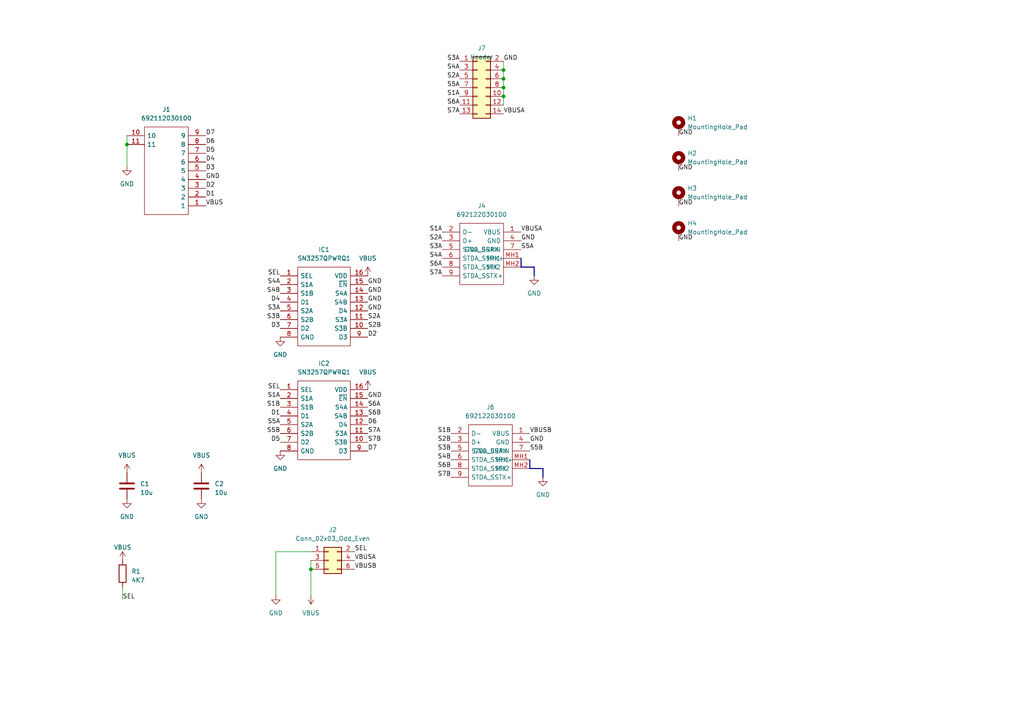
<source format=kicad_sch>
(kicad_sch (version 20230121) (generator eeschema)
  (paper "A4")
  (lib_symbols
    (symbol "Connector_Generic:Conn_02x03_Odd_Even" (pin_names (offset 1.016) hide)
      (property "Reference" "J" (at 1.27 5.08 0))
      (property "Value" "Conn_02x03_Odd_Even" (at 1.27 -5.08 0))
      (symbol "Conn_02x03_Odd_Even_1_1"
        (rectangle (start -1.27 -2.413) (end 0 -2.667) (stroke (width 0.1524)))
        (rectangle (start -1.27 0.127) (end 0 -0.127) (stroke (width 0.1524)))
        (rectangle (start -1.27 2.667) (end 0 2.413) (stroke (width 0.1524)))
        (rectangle (start -1.27 3.81) (end 3.81 -3.81) (stroke (width 0.254)) (fill (type background)))
        (rectangle (start 3.81 -2.413) (end 2.54 -2.667) (stroke (width 0.1524)))
        (rectangle (start 3.81 0.127) (end 2.54 -0.127) (stroke (width 0.1524)))
        (rectangle (start 3.81 2.667) (end 2.54 2.413) (stroke (width 0.1524)))
        (pin passive line (at -5.08 2.54 0) (length 3.81) (name "Pin_1") (number "1"))
        (pin passive line (at 7.62 2.54 180) (length 3.81) (name "Pin_2") (number "2"))
        (pin passive line (at -5.08 0 0) (length 3.81) (name "Pin_3") (number "3"))
        (pin passive line (at 7.62 0 180) (length 3.81) (name "Pin_4") (number "4"))
        (pin passive line (at -5.08 -2.54 0) (length 3.81) (name "Pin_5") (number "5"))
        (pin passive line (at 7.62 -2.54 180) (length 3.81) (name "Pin_6") (number "6"))
      )
    )
    (symbol "Connector_Generic:Conn_02x07_Odd_Even" (pin_names (offset 1.016) hide)
      (property "Reference" "J" (at 1.27 10.16 0))
      (property "Value" "Conn_02x07_Odd_Even" (at 1.27 -10.16 0))
      (symbol "Conn_02x07_Odd_Even_1_1"
        (rectangle (start -1.27 -7.493) (end 0 -7.747) (stroke (width 0.1524)))
        (rectangle (start -1.27 -4.953) (end 0 -5.207) (stroke (width 0.1524)))
        (rectangle (start -1.27 -2.413) (end 0 -2.667) (stroke (width 0.1524)))
        (rectangle (start -1.27 0.127) (end 0 -0.127) (stroke (width 0.1524)))
        (rectangle (start -1.27 2.667) (end 0 2.413) (stroke (width 0.1524)))
        (rectangle (start -1.27 5.207) (end 0 4.953) (stroke (width 0.1524)))
        (rectangle (start -1.27 7.747) (end 0 7.493) (stroke (width 0.1524)))
        (rectangle (start -1.27 8.89) (end 3.81 -8.89) (stroke (width 0.254)) (fill (type background)))
        (rectangle (start 3.81 -7.493) (end 2.54 -7.747) (stroke (width 0.1524)))
        (rectangle (start 3.81 -4.953) (end 2.54 -5.207) (stroke (width 0.1524)))
        (rectangle (start 3.81 -2.413) (end 2.54 -2.667) (stroke (width 0.1524)))
        (rectangle (start 3.81 0.127) (end 2.54 -0.127) (stroke (width 0.1524)))
        (rectangle (start 3.81 2.667) (end 2.54 2.413) (stroke (width 0.1524)))
        (rectangle (start 3.81 5.207) (end 2.54 4.953) (stroke (width 0.1524)))
        (rectangle (start 3.81 7.747) (end 2.54 7.493) (stroke (width 0.1524)))
        (pin passive line (at -5.08 7.62 0) (length 3.81) (name "Pin_1") (number "1"))
        (pin passive line (at 7.62 -2.54 180) (length 3.81) (name "Pin_10") (number "10"))
        (pin passive line (at -5.08 -5.08 0) (length 3.81) (name "Pin_11") (number "11"))
        (pin passive line (at 7.62 -5.08 180) (length 3.81) (name "Pin_12") (number "12"))
        (pin passive line (at -5.08 -7.62 0) (length 3.81) (name "Pin_13") (number "13"))
        (pin passive line (at 7.62 -7.62 180) (length 3.81) (name "Pin_14") (number "14"))
        (pin passive line (at 7.62 7.62 180) (length 3.81) (name "Pin_2") (number "2"))
        (pin passive line (at -5.08 5.08 0) (length 3.81) (name "Pin_3") (number "3"))
        (pin passive line (at 7.62 5.08 180) (length 3.81) (name "Pin_4") (number "4"))
        (pin passive line (at -5.08 2.54 0) (length 3.81) (name "Pin_5") (number "5"))
        (pin passive line (at 7.62 2.54 180) (length 3.81) (name "Pin_6") (number "6"))
        (pin passive line (at -5.08 0 0) (length 3.81) (name "Pin_7") (number "7"))
        (pin passive line (at 7.62 0 180) (length 3.81) (name "Pin_8") (number "8"))
        (pin passive line (at -5.08 -2.54 0) (length 3.81) (name "Pin_9") (number "9"))
      )
    )
    (symbol "Device:C" (pin_numbers hide) (pin_names (offset 0.254))
      (property "Reference" "C" (at 0.635 2.54 0))
      (property "Value" "C" (at 0.635 -2.54 0))
      (symbol "C_0_1"
        (polyline (pts (xy -2.032 -0.762) (xy 2.032 -0.762)) (stroke (width 0.508)))
        (polyline (pts (xy -2.032 0.762) (xy 2.032 0.762)) (stroke (width 0.508)))
      )
      (symbol "C_1_1"
        (pin passive line (at 0 3.81 270) (length 2.794) (name "~") (number "1"))
        (pin passive line (at 0 -3.81 90) (length 2.794) (name "~") (number "2"))
      )
    )
    (symbol "Device:R" (pin_numbers hide) (pin_names (offset 0))
      (property "Reference" "R" (at 2.032 0 90))
      (property "Value" "R" (at 0 0 90))
      (symbol "R_0_1"
        (rectangle (start -1.016 -2.54) (end 1.016 2.54) (stroke (width 0.254)))
      )
      (symbol "R_1_1"
        (pin passive line (at 0 3.81 270) (length 1.27) (name "~") (number "1"))
        (pin passive line (at 0 -3.81 90) (length 1.27) (name "~") (number "2"))
      )
    )
    (symbol "Mechanical:MountingHole_Pad" (pin_numbers hide) (pin_names (offset 1.016) hide)
      (property "Reference" "H" (at 0 6.35 0))
      (property "Value" "MountingHole_Pad" (at 0 4.445 0))
      (symbol "MountingHole_Pad_0_1"
        (circle (center 0 1.27) (radius 1.27) (stroke (width 1.27)))
      )
      (symbol "MountingHole_Pad_1_1"
        (pin input line (at 0 -2.54 90) (length 2.54) (name "1") (number "1"))
      )
    )
    (symbol "mouser:692112030100" (pin_names (offset 0.762))
      (property "Reference" "J" (at 19.05 7.62 0))
      (property "Value" "692112030100" (at 19.05 5.08 0))
      (symbol "692112030100_0_0"
        (pin passive line (at 22.86 -20.32 180) (length 5.08) (name "1") (number "1"))
        (pin passive line (at 0 0 0) (length 5.08) (name "10") (number "10"))
        (pin passive line (at 0 -2.54 0) (length 5.08) (name "11") (number "11"))
        (pin passive line (at 22.86 -17.78 180) (length 5.08) (name "2") (number "2"))
        (pin passive line (at 22.86 -15.24 180) (length 5.08) (name "3") (number "3"))
        (pin passive line (at 22.86 -12.7 180) (length 5.08) (name "4") (number "4"))
        (pin passive line (at 22.86 -10.16 180) (length 5.08) (name "5") (number "5"))
        (pin passive line (at 22.86 -7.62 180) (length 5.08) (name "6") (number "6"))
        (pin passive line (at 22.86 -5.08 180) (length 5.08) (name "7") (number "7"))
        (pin passive line (at 22.86 -2.54 180) (length 5.08) (name "8") (number "8"))
        (pin passive line (at 22.86 0 180) (length 5.08) (name "9") (number "9"))
      )
      (symbol "692112030100_0_1"
        (polyline (pts (xy 5.08 2.54) (xy 17.78 2.54) (xy 17.78 -22.86) (xy 5.08 -22.86) (xy 5.08 2.54)) (stroke (width 0.1524)))
      )
    )
    (symbol "mouser:692122030100" (pin_names (offset 0.762))
      (property "Reference" "J" (at 19.05 7.62 0))
      (property "Value" "692122030100" (at 19.05 5.08 0))
      (symbol "692122030100_0_0"
        (pin passive line (at 22.86 0 180) (length 5.08) (name "VBUS") (number "1"))
        (pin passive line (at 0 0 0) (length 5.08) (name "D-") (number "2"))
        (pin passive line (at 0 -2.54 0) (length 5.08) (name "D+") (number "3"))
        (pin passive line (at 22.86 -2.54 180) (length 5.08) (name "GND") (number "4"))
        (pin passive line (at 0 -5.08 0) (length 5.08) (name "STDA_SSRX") (number "5"))
        (pin passive line (at 0 -7.62 0) (length 5.08) (name "STDA_SSRX+") (number "6"))
        (pin passive line (at 22.86 -5.08 180) (length 5.08) (name "GND_DRAIN") (number "7"))
        (pin passive line (at 0 -10.16 0) (length 5.08) (name "STDA_SSTX") (number "8"))
        (pin passive line (at 0 -12.7 0) (length 5.08) (name "STDA_SSTX+") (number "9"))
        (pin passive line (at 22.86 -7.62 180) (length 5.08) (name "MH1") (number "MH1"))
        (pin passive line (at 22.86 -10.16 180) (length 5.08) (name "MH2") (number "MH2"))
      )
      (symbol "692122030100_0_1"
        (polyline (pts (xy 5.08 2.54) (xy 17.78 2.54) (xy 17.78 -15.24) (xy 5.08 -15.24) (xy 5.08 2.54)) (stroke (width 0.1524)))
      )
    )
    (symbol "mouser:SN3257QPWRQ1" (pin_names (offset 0.762))
      (property "Reference" "IC" (at 21.59 7.62 0))
      (property "Value" "SN3257QPWRQ1" (at 21.59 5.08 0))
      (symbol "SN3257QPWRQ1_0_0"
        (pin passive line (at 0 0 0) (length 5.08) (name "SEL") (number "1"))
        (pin passive line (at 25.4 -15.24 180) (length 5.08) (name "S3B") (number "10"))
        (pin passive line (at 25.4 -12.7 180) (length 5.08) (name "S3A") (number "11"))
        (pin passive line (at 25.4 -10.16 180) (length 5.08) (name "D4") (number "12"))
        (pin passive line (at 25.4 -7.62 180) (length 5.08) (name "S4B") (number "13"))
        (pin passive line (at 25.4 -5.08 180) (length 5.08) (name "S4A") (number "14"))
        (pin passive line (at 25.4 -2.54 180) (length 5.08) (name "~{EN}") (number "15"))
        (pin passive line (at 25.4 0 180) (length 5.08) (name "VDD") (number "16"))
        (pin passive line (at 0 -2.54 0) (length 5.08) (name "S1A") (number "2"))
        (pin passive line (at 0 -5.08 0) (length 5.08) (name "S1B") (number "3"))
        (pin passive line (at 0 -7.62 0) (length 5.08) (name "D1") (number "4"))
        (pin passive line (at 0 -10.16 0) (length 5.08) (name "S2A") (number "5"))
        (pin passive line (at 0 -12.7 0) (length 5.08) (name "S2B") (number "6"))
        (pin passive line (at 0 -15.24 0) (length 5.08) (name "D2") (number "7"))
        (pin passive line (at 0 -17.78 0) (length 5.08) (name "GND") (number "8"))
        (pin passive line (at 25.4 -17.78 180) (length 5.08) (name "D3") (number "9"))
      )
      (symbol "SN3257QPWRQ1_0_1"
        (polyline (pts (xy 5.08 2.54) (xy 20.32 2.54) (xy 20.32 -20.32) (xy 5.08 -20.32) (xy 5.08 2.54)) (stroke (width 0.1524)))
      )
    )
    (symbol "power:GND" (power) (pin_names (offset 0))
      (property "Value" "GND" (at 0 -3.81 0))
      (symbol "GND_0_1"
        (polyline (pts (xy 0 0) (xy 0 -1.27) (xy 1.27 -1.27) (xy 0 -2.54) (xy -1.27 -1.27) (xy 0 -1.27)))
      )
      (symbol "GND_1_1"
        (pin power_in line (at 0 0 270) (length 0) hide (name "GND") (number "1"))
      )
    )
    (symbol "power:VBUS" (power) (pin_names (offset 0))
      (property "Value" "VBUS" (at 0 3.81 0))
      (symbol "VBUS_0_1"
        (polyline (pts (xy -0.762 1.27) (xy 0 2.54)))
        (polyline (pts (xy 0 0) (xy 0 2.54)))
        (polyline (pts (xy 0 2.54) (xy 0.762 1.27)))
      )
      (symbol "VBUS_1_1"
        (pin power_in line (at 0 0 90) (length 0) hide (name "VBUS") (number "1"))
      )
    )
  )
  (junction (at 90.17 165.1))
  (junction (at 36.83 41.91))
  (junction (at 146.05 27.94))
  (junction (at 146.05 20.32))
  (junction (at 146.05 25.4))
  (junction (at 146.05 22.86))
  (bus (pts (xy 153.67 135.89) (xy 157.48 135.89)))
  (wire (pts (xy 146.05 22.86) (xy 146.05 25.4)))
  (wire (pts (xy 90.17 162.56) (xy 90.17 165.1)))
  (bus (pts (xy 153.67 133.35) (xy 153.67 135.89)))
  (bus (pts (xy 151.13 74.93) (xy 151.13 77.47)))
  (bus (pts (xy 157.48 135.89) (xy 157.48 138.43)))
  (wire (pts (xy 146.05 17.78) (xy 146.05 20.32)))
  (wire (pts (xy 90.17 160.02) (xy 80.01 160.02)))
  (wire (pts (xy 146.05 20.32) (xy 146.05 22.86)))
  (wire (pts (xy 36.83 39.37) (xy 36.83 41.91)))
  (wire (pts (xy 80.01 160.02) (xy 80.01 172.72)))
  (bus (pts (xy 151.13 77.47) (xy 154.94 77.47)))
  (wire (pts (xy 146.05 27.94) (xy 146.05 30.48)))
  (wire (pts (xy 146.05 25.4) (xy 146.05 27.94)))
  (wire (pts (xy 90.17 165.1) (xy 90.17 172.72)))
  (wire (pts (xy 36.83 41.91) (xy 36.83 48.26)))
  (bus (pts (xy 154.94 77.47) (xy 154.94 80.01)))
  (wire (pts (xy 35.56 170.18) (xy 35.56 173.99)))
  (label "S2A" (at 128.27 69.85 180))
  (label "S2A" (at 133.35 22.86 180))
  (label "S4B" (at 81.28 85.09 180))
  (label "D5" (at 81.28 128.27 180))
  (label "GND" (at 196.85 39.37 0))
  (label "S5A" (at 81.28 123.19 180))
  (label "S2B" (at 130.81 128.27 180))
  (label "S7A" (at 133.35 33.02 180))
  (label "S7B" (at 106.68 128.27 0))
  (label "SEL" (at 81.28 80.01 180))
  (label "S1B" (at 81.28 118.11 180))
  (label "S6A" (at 106.68 118.11 0))
  (label "S5B" (at 81.28 125.73 180))
  (label "D7" (at 106.68 130.81 0))
  (label "GND" (at 196.85 59.69 0))
  (label "D3" (at 59.69 49.53 0))
  (label "D2" (at 59.69 54.61 0))
  (label "D1" (at 81.28 120.65 180))
  (label "GND" (at 59.69 52.07 0))
  (label "D7" (at 59.69 39.37 0))
  (label "GND" (at 153.67 128.27 0))
  (label "VBUS" (at 59.69 59.69 0))
  (label "D1" (at 59.69 57.15 0))
  (label "D4" (at 59.69 46.99 0))
  (label "D6" (at 106.68 123.19 0))
  (label "S6A" (at 133.35 30.48 180))
  (label "GND" (at 106.68 85.09 0))
  (label "S3A" (at 133.35 17.78 180))
  (label "S7A" (at 128.27 80.01 180))
  (label "S4B" (at 130.81 133.35 180))
  (label "GND" (at 106.68 90.17 0))
  (label "SEL" (at 81.28 113.03 180))
  (label "GND" (at 106.68 82.55 0))
  (label "S1A" (at 133.35 27.94 180))
  (label "GND" (at 196.85 49.53 0))
  (label "D3" (at 81.28 95.25 180))
  (label "SEL" (at 35.56 173.99 0))
  (label "GND" (at 106.68 87.63 0))
  (label "S1A" (at 128.27 67.31 180))
  (label "S5A" (at 151.13 72.39 0))
  (label "D4" (at 81.28 87.63 180))
  (label "S6B" (at 130.81 135.89 180))
  (label "S2A" (at 106.68 92.71 0))
  (label "S4A" (at 133.35 20.32 180))
  (label "D6" (at 59.69 41.91 0))
  (label "S1B" (at 130.81 125.73 180))
  (label "S5A" (at 133.35 25.4 180))
  (label "SEL" (at 102.87 160.02 0))
  (label "S3B" (at 130.81 130.81 180))
  (label "GND" (at 196.85 69.85 0))
  (label "S3A" (at 81.28 90.17 180))
  (label "S6A" (at 128.27 77.47 180))
  (label "GND" (at 106.68 115.57 0))
  (label "GND" (at 146.05 17.78 0))
  (label "VBUSA" (at 146.05 33.02 0))
  (label "S2B" (at 106.68 95.25 0))
  (label "D2" (at 106.68 97.79 0))
  (label "S1A" (at 81.28 115.57 180))
  (label "D5" (at 59.69 44.45 0))
  (label "VBUSB" (at 102.87 165.1 0))
  (label "S6B" (at 106.68 120.65 0))
  (label "VBUSA" (at 102.87 162.56 0))
  (label "VBUSB" (at 153.67 125.73 0))
  (label "VBUSA" (at 151.13 67.31 0))
  (label "S7B" (at 130.81 138.43 180))
  (label "S7A" (at 106.68 125.73 0))
  (label "S4A" (at 81.28 82.55 180))
  (label "S4A" (at 128.27 74.93 180))
  (label "S3B" (at 81.28 92.71 180))
  (label "S5B" (at 153.67 130.81 0))
  (label "GND" (at 151.13 69.85 0))
  (label "S3A" (at 128.27 72.39 180))
  (symbol (lib_id "power:GND") (at 36.83 48.26 0) (unit 1)
    (property "Reference" "#PWR0111" (effects hide))
    (property "Value" "GND" (at 36.83 53.34 0))
  )
  (symbol (lib_id "power:VBUS") (at 106.68 113.03 0) (unit 1)
    (property "Reference" "#PWR0108" (effects hide))
    (property "Value" "VBUS" (at 106.68 107.95 0))
  )
  (symbol (lib_id "Mechanical:MountingHole_Pad") (at 196.85 46.99 0) (unit 1)
    (property "Reference" "H2" (at 199.39 44.4499 0) (effects (justify left)))
    (property "Value" "MountingHole_Pad" (at 199.39 46.9899 0) (effects (justify left)))
    (property "Footprint" "MountingHole:MountingHole_3.2mm_M3_Pad_TopBottom" (effects hide))
  )
  (symbol (lib_id "Mechanical:MountingHole_Pad") (at 196.85 36.83 0) (unit 1)
    (property "Reference" "H1" (at 199.39 34.2899 0) (effects (justify left)))
    (property "Value" "MountingHole_Pad" (at 199.39 36.8299 0) (effects (justify left)))
    (property "Footprint" "MountingHole:MountingHole_3.2mm_M3_Pad_TopBottom" (effects hide))
  )
  (symbol (lib_id "mouser:692112030100") (at 36.83 39.37 0) (unit 1)
    (property "Reference" "J1" (at 48.26 31.75 0))
    (property "Value" "692112030100" (at 48.26 34.29 0))
    (property "Footprint" "mouser:692112030100-fixed" (effects hide))
    (property "Datasheet" "https://componentsearchengine.com//692112030100.pdf" (effects hide))
    (property "Description" "Wurth Elektronik Male Right Angle Through Hole Version 3 Type A USB Connector, 30 V ac, 0.25A WR-COM" (effects hide))
    (property "Height" "1" (effects hide))
    (property "Mouser2 Part Number" "710-692112030100" (effects hide))
    (property "Mouser2 Price/Stock" "https://www.mouser.com/Search/Refine.aspx?Keyword=710-692112030100" (effects hide))
    (property "Manufacturer_Name" "Wurth Elektronik" (effects hide))
    (property "Manufacturer_Part_Number" "692112030100" (effects hide))
  )
  (symbol (lib_id "power:GND") (at 80.01 172.72 0) (unit 1)
    (property "Reference" "#PWR0101" (effects hide))
    (property "Value" "GND" (at 80.01 177.8 0))
  )
  (symbol (lib_id "power:VBUS") (at 35.56 162.56 0) (unit 1)
    (property "Reference" "#PWR01" (effects hide))
    (property "Value" "VBUS" (at 35.56 158.75 0))
  )
  (symbol (lib_id "mouser:692122030100") (at 130.81 125.73 0) (unit 1)
    (property "Reference" "J6" (at 142.24 118.11 0))
    (property "Value" "692122030100" (at 142.24 120.65 0))
    (property "Footprint" "mouser:692122030100" (effects hide))
    (property "Datasheet" "https://componentsearchengine.com//692122030100.pdf" (effects hide))
    (property "Description" "Wurth Elektronik WR-COM Series, Right Angle Through Hole, Version 3.0 Type A USB Connector, Receptacle" (effects hide))
    (property "Height" "7.55" (effects hide))
    (property "Mouser2 Part Number" "710-692122030100" (effects hide))
    (property "Mouser2 Price/Stock" "https://www.mouser.com/Search/Refine.aspx?Keyword=710-692122030100" (effects hide))
    (property "Manufacturer_Name" "Wurth Elektronik" (effects hide))
    (property "Manufacturer_Part_Number" "692122030100" (effects hide))
  )
  (symbol (lib_id "Mechanical:MountingHole_Pad") (at 196.85 57.15 0) (unit 1)
    (property "Reference" "H3" (at 199.39 54.6099 0) (effects (justify left)))
    (property "Value" "MountingHole_Pad" (at 199.39 57.1499 0) (effects (justify left)))
    (property "Footprint" "MountingHole:MountingHole_3.2mm_M3_Pad_TopBottom" (effects hide))
  )
  (symbol (lib_id "mouser:SN3257QPWRQ1") (at 81.28 113.03 0) (unit 1)
    (property "Reference" "IC2" (at 93.98 105.41 0))
    (property "Value" "SN3257QPWRQ1" (at 93.98 107.95 0))
    (property "Footprint" "mouser:SOP65P640X120-16N" (effects hide))
    (property "Datasheet" "https://www.ti.com/lit/gpn/SN3257-Q1" (effects hide))
    (property "Description" "PRECISION ANALOG MULTIPLEXER" (effects hide))
    (property "Height" "1.2" (effects hide))
    (property "Manufacturer_Name" "Texas Instruments" (effects hide))
    (property "Manufacturer_Part_Number" "SN3257QPWRQ1" (effects hide))
  )
  (symbol (lib_id "Device:C") (at 36.83 140.97 0) (unit 1)
    (property "Reference" "C1" (at 40.64 140.335 0) (effects (justify left)))
    (property "Value" "10u" (at 40.64 142.875 0) (effects (justify left)))
    (property "Footprint" "Capacitor_SMD:C_0805_2012Metric" (effects hide))
  )
  (symbol (lib_id "mouser:692122030100") (at 128.27 67.31 0) (unit 1)
    (property "Reference" "J4" (at 139.7 59.69 0))
    (property "Value" "692122030100" (at 139.7 62.23 0))
    (property "Footprint" "mouser:692122030100" (effects hide))
    (property "Datasheet" "https://componentsearchengine.com//692122030100.pdf" (effects hide))
    (property "Description" "Wurth Elektronik WR-COM Series, Right Angle Through Hole, Version 3.0 Type A USB Connector, Receptacle" (effects hide))
    (property "Height" "7.55" (effects hide))
    (property "Mouser2 Part Number" "710-692122030100" (effects hide))
    (property "Mouser2 Price/Stock" "https://www.mouser.com/Search/Refine.aspx?Keyword=710-692122030100" (effects hide))
    (property "Manufacturer_Name" "Wurth Elektronik" (effects hide))
    (property "Manufacturer_Part_Number" "692122030100" (effects hide))
  )
  (symbol (lib_id "Device:R") (at 35.56 166.37 0) (unit 1)
    (property "Reference" "R1" (at 38.1 165.735 0) (effects (justify left)))
    (property "Value" "4K7" (at 38.1 168.275 0) (effects (justify left)))
    (property "Footprint" "Resistor_SMD:R_0805_2012Metric" (effects hide))
  )
  (symbol (lib_id "Device:C") (at 58.42 140.97 0) (unit 1)
    (property "Reference" "C2" (at 62.23 140.335 0) (effects (justify left)))
    (property "Value" "10u" (at 62.23 142.875 0) (effects (justify left)))
    (property "Footprint" "Capacitor_SMD:C_0805_2012Metric" (effects hide))
  )
  (symbol (lib_id "power:VBUS") (at 90.17 172.72 180) (unit 1)
    (property "Reference" "#PWR0102" (effects hide))
    (property "Value" "VBUS" (at 90.17 177.8 0))
  )
  (symbol (lib_id "Connector_Generic:Conn_02x07_Odd_Even") (at 138.43 25.4 0) (unit 1)
    (property "Reference" "J7" (at 139.7 13.97 0))
    (property "Value" "Header" (at 139.7 16.51 0))
    (property "Footprint" "Connector_PinHeader_2.54mm:PinHeader_2x07_P2.54mm_Vertical" (effects hide))
  )
  (symbol (lib_id "Connector_Generic:Conn_02x03_Odd_Even") (at 95.25 162.56 0) (unit 1)
    (property "Reference" "J2" (at 96.52 153.67 0))
    (property "Value" "Conn_02x03_Odd_Even" (at 96.52 156.21 0))
    (property "Footprint" "Connector_PinHeader_2.54mm:PinHeader_2x03_P2.54mm_Vertical" (effects hide))
  )
  (symbol (lib_id "mouser:SN3257QPWRQ1") (at 81.28 80.01 0) (unit 1)
    (property "Reference" "IC1" (at 93.98 72.39 0))
    (property "Value" "SN3257QPWRQ1" (at 93.98 74.93 0))
    (property "Footprint" "mouser:SOP65P640X120-16N" (effects hide))
    (property "Datasheet" "https://www.ti.com/lit/gpn/SN3257-Q1" (effects hide))
    (property "Description" "PRECISION ANALOG MULTIPLEXER" (effects hide))
    (property "Height" "1.2" (effects hide))
    (property "Manufacturer_Name" "Texas Instruments" (effects hide))
    (property "Manufacturer_Part_Number" "SN3257QPWRQ1" (effects hide))
  )
  (symbol (lib_id "power:GND") (at 81.28 130.81 0) (unit 1)
    (property "Reference" "#PWR0107" (effects hide))
    (property "Value" "GND" (at 81.28 135.89 0))
  )
  (symbol (lib_id "power:GND") (at 154.94 80.01 0) (unit 1)
    (property "Reference" "#PWR0115" (effects hide))
    (property "Value" "GND" (at 154.94 85.09 0))
  )
  (symbol (lib_id "power:GND") (at 157.48 138.43 0) (unit 1)
    (property "Reference" "#PWR0109" (effects hide))
    (property "Value" "GND" (at 157.48 143.51 0))
  )
  (symbol (lib_id "power:GND") (at 36.83 144.78 0) (unit 1)
    (property "Reference" "#PWR0104" (effects hide))
    (property "Value" "GND" (at 36.83 149.86 0))
  )
  (symbol (lib_id "power:VBUS") (at 106.68 80.01 0) (unit 1)
    (property "Reference" "#PWR0113" (effects hide))
    (property "Value" "VBUS" (at 106.68 74.93 0))
  )
  (symbol (lib_id "power:GND") (at 58.42 144.78 0) (unit 1)
    (property "Reference" "#PWR0106" (effects hide))
    (property "Value" "GND" (at 58.42 149.86 0))
  )
  (symbol (lib_id "power:GND") (at 81.28 97.79 0) (unit 1)
    (property "Reference" "#PWR0112" (effects hide))
    (property "Value" "GND" (at 81.28 102.87 0))
  )
  (symbol (lib_id "Mechanical:MountingHole_Pad") (at 196.85 67.31 0) (unit 1)
    (property "Reference" "H4" (at 199.39 64.7699 0) (effects (justify left)))
    (property "Value" "MountingHole_Pad" (at 199.39 67.3099 0) (effects (justify left)))
    (property "Footprint" "MountingHole:MountingHole_3.2mm_M3_Pad_TopBottom" (effects hide))
  )
  (symbol (lib_id "power:VBUS") (at 36.83 137.16 0) (unit 1)
    (property "Reference" "#PWR0103" (effects hide))
    (property "Value" "VBUS" (at 36.83 132.08 0))
  )
  (symbol (lib_id "power:VBUS") (at 58.42 137.16 0) (unit 1)
    (property "Reference" "#PWR0105" (effects hide))
    (property "Value" "VBUS" (at 58.42 132.08 0))
  )
)
</source>
